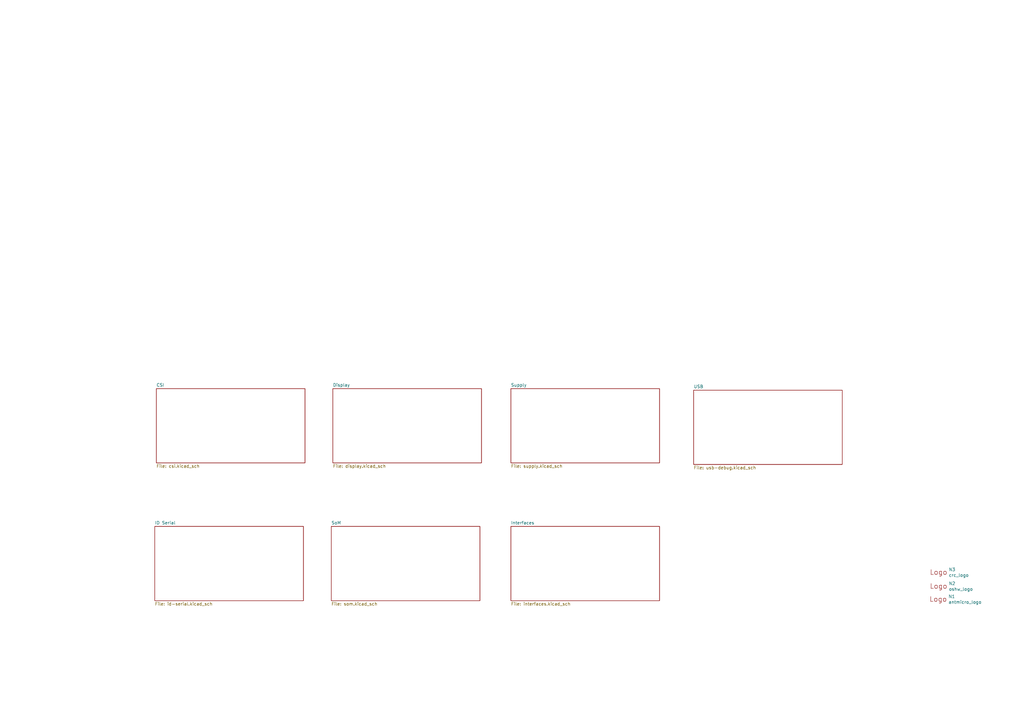
<source format=kicad_sch>
(kicad_sch (version 20211123) (generator eeschema)
  (paper "A3")
  (title_block (title "Jetson Nano Baseboard") (date "2022-02-04") (rev "1.5.1") (comment 1 "www.antmicro.com") (comment 2 "Antmicro Ltd"))
  (lib_symbols
    (symbol "jetson-nano-baseboard:antmicro_logo" (pin_names (offset 1.016))
      (property "Reference" "N" (at 0 8.89 0))
      (property "Value" "antmicro_logo" (at 0 -5.08 0))
      (symbol "antmicro_logo_0_0"
        (text "Logo" (at 1.27 1.27 0) (effects (font (size 2.0066 2.0066))))
      )
    )
    (symbol "jetson-nano-baseboard:crc_logo" (pin_names (offset 1.016))
      (property "Reference" "N" (at 0.508 1.016 0))
      (property "Value" "crc_logo" (at 0.762 -3.81 0))
      (symbol "crc_logo_1_1"
        (text "Logo" (at 0.762 -1.016 0) (effects (font (size 2.0066 2.0066))))
      )
    )
    (symbol "jetson-nano-baseboard:oshw_logo" (pin_names (offset 1.016))
      (property "Reference" "N" (at 0.508 1.016 0))
      (property "Value" "oshw_logo" (at 0.762 -3.81 0))
      (symbol "oshw_logo_1_1"
        (text "Logo" (at 0.762 -1.016 0) (effects (font (size 2.0066 2.0066))))
      )
    )
  )
  (text "Text" (at 67.7926 1253.8202 0) (effects (font (size 1.524 1.524)) (justify left bottom)))
  (text "Text" (at 67.7926 1253.8202 0) (effects (font (size 1.524 1.524)) (justify left bottom)))
  (symbol (lib_id "jetson-nano-baseboard:antmicro_logo") (at 383.54 247.015 0) (unit 1)
    (property "Reference" "N1" (at 388.9756 244.6528 0) (effects (justify left)))
    (property "Value" "antmicro_logo" (at 388.9756 246.9642 0) (effects (justify left)))
    (property "Footprint" "jetson-nano-baseboard-footprints:antmicro-logo_scaled_15mm" (effects hide))
  )
  (symbol (lib_id "jetson-nano-baseboard:oshw_logo") (at 384.175 239.395 0) (unit 1)
    (property "Reference" "N2" (at 389.1026 239.3188 0) (effects (justify left)))
    (property "Value" "oshw_logo" (at 389.1026 241.6302 0) (effects (justify left)))
    (property "Footprint" "jetson-nano-baseboard-footprints:oshw-logo" (effects hide))
  )
  (symbol (lib_id "jetson-nano-baseboard:crc_logo") (at 384.175 233.68 0) (unit 1)
    (property "Reference" "N3" (at 389.1026 233.6038 0) (effects (justify left)))
    (property "Value" "crc_logo" (at 389.1026 235.9152 0) (effects (justify left)))
    (property "Footprint" "jetson-nano-baseboard-footprints:CRC_logo_15mm" (effects hide))
  )
  (sheet (at 209.55 159.385) (size 60.96 30.48)
    (property "Sheet name" "Supply" (at 209.55 158.6734 0) (effects (justify left bottom)))
    (property "Sheet file" "supply.kicad_sch" (at 209.55 190.4496 0) (effects (justify left top)))
  )
  (sheet (at 284.48 160.02) (size 60.96 30.48)
    (property "Sheet name" "USB" (at 284.48 159.3084 0) (effects (justify left bottom)))
    (property "Sheet file" "usb-debug.kicad_sch" (at 284.48 191.0846 0) (effects (justify left top)))
  )
  (sheet (at 209.55 215.9) (size 60.96 30.48)
    (property "Sheet name" "Interfaces" (at 209.55 215.1884 0) (effects (justify left bottom)))
    (property "Sheet file" "interfaces.kicad_sch" (at 209.55 246.9646 0) (effects (justify left top)))
  )
  (sheet (at 136.525 159.385) (size 60.96 30.48)
    (property "Sheet name" "Display" (at 136.525 158.6734 0) (effects (justify left bottom)))
    (property "Sheet file" "display.kicad_sch" (at 136.525 190.4496 0) (effects (justify left top)))
  )
  (sheet (at 63.5 215.9) (size 60.96 30.48)
    (property "Sheet name" "ID Serial" (at 63.5 215.1884 0) (effects (justify left bottom)))
    (property "Sheet file" "id-serial.kicad_sch" (at 63.5 246.9646 0) (effects (justify left top)))
  )
  (sheet (at 64.135 159.385) (size 60.96 30.48)
    (property "Sheet name" "CSI" (at 64.135 158.6734 0) (effects (justify left bottom)))
    (property "Sheet file" "csi.kicad_sch" (at 64.135 190.4496 0) (effects (justify left top)))
  )
  (sheet (at 135.89 215.9) (size 60.96 30.48)
    (property "Sheet name" "SoM" (at 135.89 215.1884 0) (effects (justify left bottom)))
    (property "Sheet file" "som.kicad_sch" (at 135.89 246.9646 0) (effects (justify left top)))
  )
)
</source>
